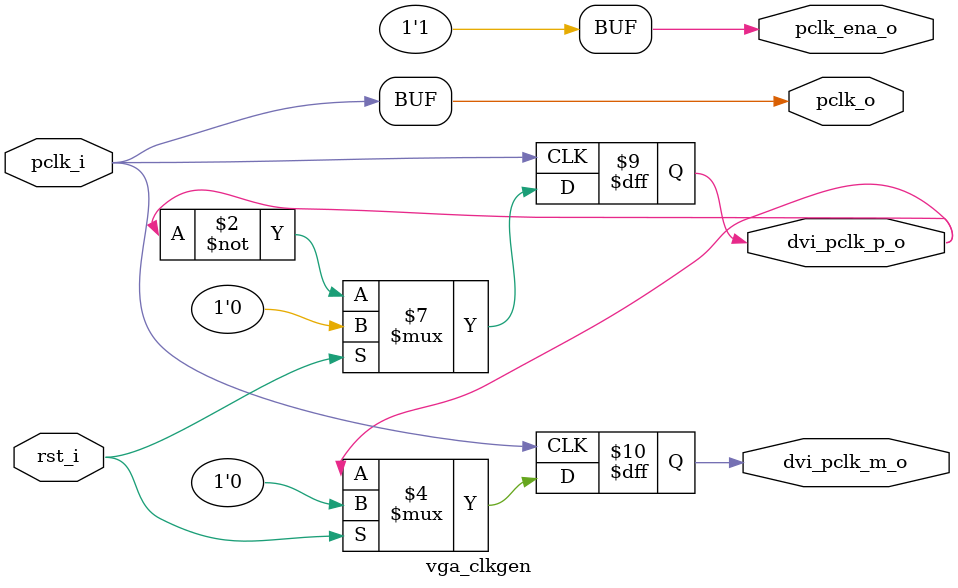
<source format=v>




//  CVS Log
//
//  $Id: vga_clkgen.v,v 1.1 2003/05/07 14:43:01 rherveille Exp $
//
//  $Date: 2003/05/07 14:43:01 $
//  $Revision: 1.1 $
//  $Author: rherveille $
//  $Locker:  $
//  $State: Exp $
//
// Change History:
//               $Log: vga_clkgen.v,v $
//               Revision 1.1  2003/05/07 14:43:01  rherveille
//               Initial release.
//
//

//synopsys translate_off
`include "timescale.v"
//synopsys translate_on

`include "vga_defines.v"

module vga_clkgen (
	pclk_i, rst_i, pclk_o, dvi_pclk_p_o, dvi_pclk_m_o, pclk_ena_o
);

	// inputs & outputs

	input  pclk_i;       // pixel clock in
	input  rst_i;        // reset input

	output pclk_o;       // pixel clock out

	output dvi_pclk_p_o; // dvi cpclk+ output
	output dvi_pclk_m_o; // dvi cpclk- output

	output pclk_ena_o;   // pixel clock enable output

	//
	// variable declarations
	//
	reg dvi_pclk_p_o;
	reg dvi_pclk_m_o;

	//////////////////////////////////
	//
	// module body
	//

	// These should be registers in or near IO buffers
	always @(posedge pclk_i)
	  if (rst_i) begin
	    dvi_pclk_p_o <= #1 1'b0;
	    dvi_pclk_m_o <= #1 1'b0;
	  end else begin
	    dvi_pclk_p_o <= #1 ~dvi_pclk_p_o;
	    dvi_pclk_m_o <= #1 dvi_pclk_p_o;
	  end


`ifdef VGA_12BIT_DVI
	// DVI circuit
	// pixel clock is half of the input pixel clock

	reg pclk_o, pclk_ena_o;

	always @(posedge pclk_i)
	  if (rst_i)
	    pclk_o <= #1 1'b0;
	  else
	    pclk_o <= #1 ~pclk_o;

	always @(posedge pclk_i)
	  if (rst_i)
	    pclk_ena_o <= #1 1'b1;
	  else
	    pclk_ena_o <= #1 ~pclk_ena_o;

`else
	// No DVI circuit
	// Simply reroute the pixel clock input

	assign pclk_o     = pclk_i;
	assign pclk_ena_o = 1'b1;
`endif

endmodule


</source>
